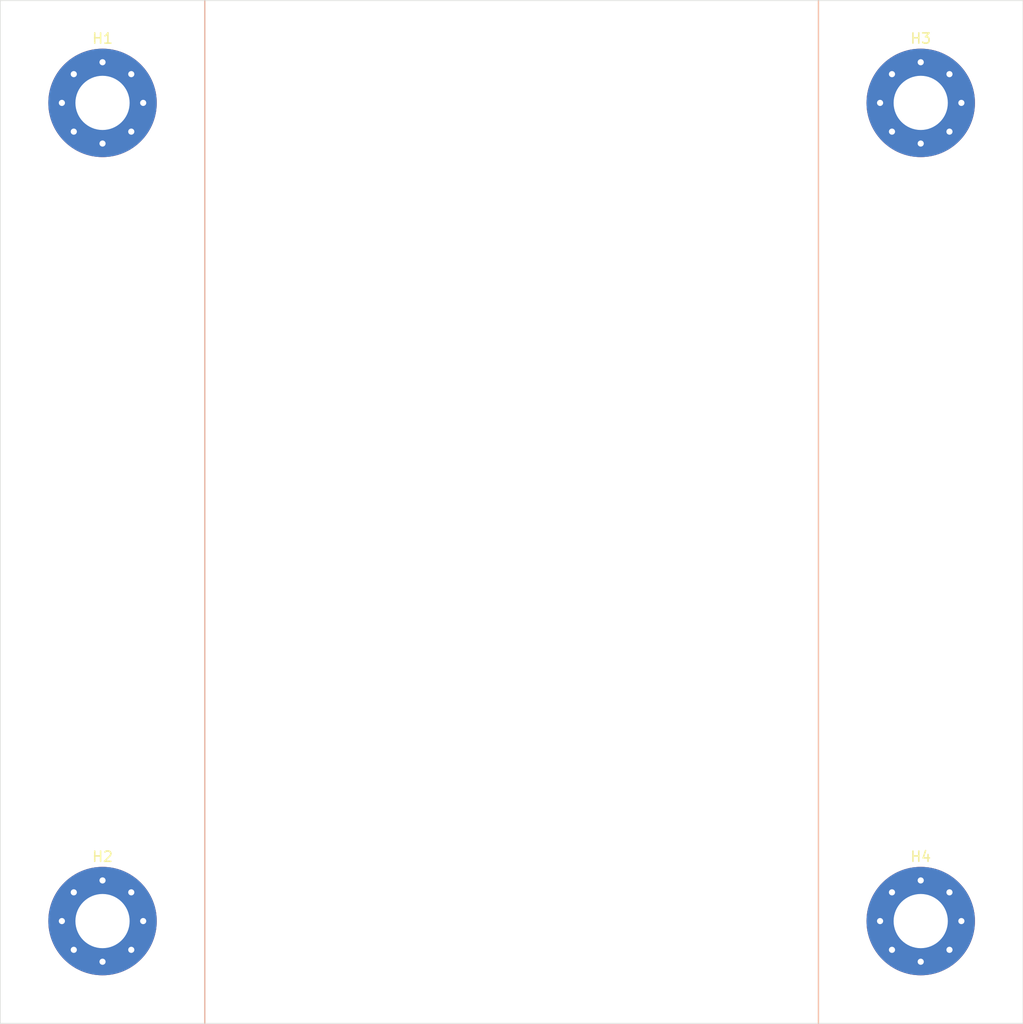
<source format=kicad_pcb>
(kicad_pcb (version 20171130) (host pcbnew 5.1.10)

  (general
    (thickness 1.6)
    (drawings 8)
    (tracks 0)
    (zones 0)
    (modules 4)
    (nets 1)
  )

  (page A4)
  (layers
    (0 F.Cu signal)
    (31 B.Cu signal)
    (32 B.Adhes user)
    (33 F.Adhes user)
    (34 B.Paste user)
    (35 F.Paste user)
    (36 B.SilkS user)
    (37 F.SilkS user)
    (38 B.Mask user)
    (39 F.Mask user)
    (40 Dwgs.User user)
    (41 Cmts.User user)
    (42 Eco1.User user)
    (43 Eco2.User user)
    (44 Edge.Cuts user)
    (45 Margin user)
    (46 B.CrtYd user)
    (47 F.CrtYd user)
    (48 B.Fab user)
    (49 F.Fab user)
  )

  (setup
    (last_trace_width 0.25)
    (trace_clearance 0.2)
    (zone_clearance 0.508)
    (zone_45_only no)
    (trace_min 0.2)
    (via_size 0.8)
    (via_drill 0.4)
    (via_min_size 0.4)
    (via_min_drill 0.3)
    (uvia_size 0.3)
    (uvia_drill 0.1)
    (uvias_allowed no)
    (uvia_min_size 0.2)
    (uvia_min_drill 0.1)
    (edge_width 0.05)
    (segment_width 0.2)
    (pcb_text_width 0.3)
    (pcb_text_size 1.5 1.5)
    (mod_edge_width 0.12)
    (mod_text_size 1 1)
    (mod_text_width 0.15)
    (pad_size 1.524 1.524)
    (pad_drill 0.762)
    (pad_to_mask_clearance 0)
    (aux_axis_origin 0 0)
    (grid_origin 110 60)
    (visible_elements FFFFFF7F)
    (pcbplotparams
      (layerselection 0x010fc_ffffffff)
      (usegerberextensions false)
      (usegerberattributes true)
      (usegerberadvancedattributes true)
      (creategerberjobfile true)
      (excludeedgelayer true)
      (linewidth 0.100000)
      (plotframeref false)
      (viasonmask false)
      (mode 1)
      (useauxorigin false)
      (hpglpennumber 1)
      (hpglpenspeed 20)
      (hpglpendiameter 15.000000)
      (psnegative false)
      (psa4output false)
      (plotreference true)
      (plotvalue true)
      (plotinvisibletext false)
      (padsonsilk false)
      (subtractmaskfromsilk false)
      (outputformat 1)
      (mirror false)
      (drillshape 1)
      (scaleselection 1)
      (outputdirectory ""))
  )

  (net 0 "")

  (net_class Default "This is the default net class."
    (clearance 0.2)
    (trace_width 0.25)
    (via_dia 0.8)
    (via_drill 0.4)
    (uvia_dia 0.3)
    (uvia_drill 0.1)
  )

  (module MountingHole:MountingHole_5.3mm_M5_Pad_Via (layer F.Cu) (tedit 56DDC708) (tstamp 609CA866)
    (at 190 140)
    (descr "Mounting Hole 5.3mm, M5")
    (tags "mounting hole 5.3mm m5")
    (path /60AD3DCF)
    (attr virtual)
    (fp_text reference H4 (at 0 -6.3) (layer F.SilkS)
      (effects (font (size 1 1) (thickness 0.15)))
    )
    (fp_text value MountingHole (at 0 6.3) (layer F.Fab)
      (effects (font (size 1 1) (thickness 0.15)))
    )
    (fp_circle (center 0 0) (end 5.55 0) (layer F.CrtYd) (width 0.05))
    (fp_circle (center 0 0) (end 5.3 0) (layer Cmts.User) (width 0.15))
    (fp_text user %R (at 0.3 0) (layer F.Fab)
      (effects (font (size 1 1) (thickness 0.15)))
    )
    (pad 1 thru_hole circle (at 2.810749 -2.810749) (size 0.9 0.9) (drill 0.6) (layers *.Cu *.Mask))
    (pad 1 thru_hole circle (at 0 -3.975) (size 0.9 0.9) (drill 0.6) (layers *.Cu *.Mask))
    (pad 1 thru_hole circle (at -2.810749 -2.810749) (size 0.9 0.9) (drill 0.6) (layers *.Cu *.Mask))
    (pad 1 thru_hole circle (at -3.975 0) (size 0.9 0.9) (drill 0.6) (layers *.Cu *.Mask))
    (pad 1 thru_hole circle (at -2.810749 2.810749) (size 0.9 0.9) (drill 0.6) (layers *.Cu *.Mask))
    (pad 1 thru_hole circle (at 0 3.975) (size 0.9 0.9) (drill 0.6) (layers *.Cu *.Mask))
    (pad 1 thru_hole circle (at 2.810749 2.810749) (size 0.9 0.9) (drill 0.6) (layers *.Cu *.Mask))
    (pad 1 thru_hole circle (at 3.975 0) (size 0.9 0.9) (drill 0.6) (layers *.Cu *.Mask))
    (pad 1 thru_hole circle (at 0 0) (size 10.6 10.6) (drill 5.3) (layers *.Cu *.Mask))
  )

  (module MountingHole:MountingHole_5.3mm_M5_Pad_Via (layer F.Cu) (tedit 56DDC708) (tstamp 609CA856)
    (at 190 60)
    (descr "Mounting Hole 5.3mm, M5")
    (tags "mounting hole 5.3mm m5")
    (path /60AD3824)
    (attr virtual)
    (fp_text reference H3 (at 0 -6.3) (layer F.SilkS)
      (effects (font (size 1 1) (thickness 0.15)))
    )
    (fp_text value MountingHole (at 0 6.3) (layer F.Fab)
      (effects (font (size 1 1) (thickness 0.15)))
    )
    (fp_circle (center 0 0) (end 5.55 0) (layer F.CrtYd) (width 0.05))
    (fp_circle (center 0 0) (end 5.3 0) (layer Cmts.User) (width 0.15))
    (fp_text user %R (at 0.3 0) (layer F.Fab)
      (effects (font (size 1 1) (thickness 0.15)))
    )
    (pad 1 thru_hole circle (at 2.810749 -2.810749) (size 0.9 0.9) (drill 0.6) (layers *.Cu *.Mask))
    (pad 1 thru_hole circle (at 0 -3.975) (size 0.9 0.9) (drill 0.6) (layers *.Cu *.Mask))
    (pad 1 thru_hole circle (at -2.810749 -2.810749) (size 0.9 0.9) (drill 0.6) (layers *.Cu *.Mask))
    (pad 1 thru_hole circle (at -3.975 0) (size 0.9 0.9) (drill 0.6) (layers *.Cu *.Mask))
    (pad 1 thru_hole circle (at -2.810749 2.810749) (size 0.9 0.9) (drill 0.6) (layers *.Cu *.Mask))
    (pad 1 thru_hole circle (at 0 3.975) (size 0.9 0.9) (drill 0.6) (layers *.Cu *.Mask))
    (pad 1 thru_hole circle (at 2.810749 2.810749) (size 0.9 0.9) (drill 0.6) (layers *.Cu *.Mask))
    (pad 1 thru_hole circle (at 3.975 0) (size 0.9 0.9) (drill 0.6) (layers *.Cu *.Mask))
    (pad 1 thru_hole circle (at 0 0) (size 10.6 10.6) (drill 5.3) (layers *.Cu *.Mask))
  )

  (module MountingHole:MountingHole_5.3mm_M5_Pad_Via (layer F.Cu) (tedit 56DDC708) (tstamp 609CA846)
    (at 110 140)
    (descr "Mounting Hole 5.3mm, M5")
    (tags "mounting hole 5.3mm m5")
    (path /60AD31C6)
    (attr virtual)
    (fp_text reference H2 (at 0 -6.3) (layer F.SilkS)
      (effects (font (size 1 1) (thickness 0.15)))
    )
    (fp_text value MountingHole (at 0 6.3) (layer F.Fab)
      (effects (font (size 1 1) (thickness 0.15)))
    )
    (fp_circle (center 0 0) (end 5.55 0) (layer F.CrtYd) (width 0.05))
    (fp_circle (center 0 0) (end 5.3 0) (layer Cmts.User) (width 0.15))
    (fp_text user %R (at 0.3 0) (layer F.Fab)
      (effects (font (size 1 1) (thickness 0.15)))
    )
    (pad 1 thru_hole circle (at 2.810749 -2.810749) (size 0.9 0.9) (drill 0.6) (layers *.Cu *.Mask))
    (pad 1 thru_hole circle (at 0 -3.975) (size 0.9 0.9) (drill 0.6) (layers *.Cu *.Mask))
    (pad 1 thru_hole circle (at -2.810749 -2.810749) (size 0.9 0.9) (drill 0.6) (layers *.Cu *.Mask))
    (pad 1 thru_hole circle (at -3.975 0) (size 0.9 0.9) (drill 0.6) (layers *.Cu *.Mask))
    (pad 1 thru_hole circle (at -2.810749 2.810749) (size 0.9 0.9) (drill 0.6) (layers *.Cu *.Mask))
    (pad 1 thru_hole circle (at 0 3.975) (size 0.9 0.9) (drill 0.6) (layers *.Cu *.Mask))
    (pad 1 thru_hole circle (at 2.810749 2.810749) (size 0.9 0.9) (drill 0.6) (layers *.Cu *.Mask))
    (pad 1 thru_hole circle (at 3.975 0) (size 0.9 0.9) (drill 0.6) (layers *.Cu *.Mask))
    (pad 1 thru_hole circle (at 0 0) (size 10.6 10.6) (drill 5.3) (layers *.Cu *.Mask))
  )

  (module MountingHole:MountingHole_5.3mm_M5_Pad_Via (layer F.Cu) (tedit 56DDC708) (tstamp 609CA836)
    (at 110 60)
    (descr "Mounting Hole 5.3mm, M5")
    (tags "mounting hole 5.3mm m5")
    (path /60AD1861)
    (attr virtual)
    (fp_text reference H1 (at 0 -6.3) (layer F.SilkS)
      (effects (font (size 1 1) (thickness 0.15)))
    )
    (fp_text value MountingHole (at 0 6.3) (layer F.Fab)
      (effects (font (size 1 1) (thickness 0.15)))
    )
    (fp_circle (center 0 0) (end 5.55 0) (layer F.CrtYd) (width 0.05))
    (fp_circle (center 0 0) (end 5.3 0) (layer Cmts.User) (width 0.15))
    (fp_text user %R (at 0.3 0) (layer F.Fab)
      (effects (font (size 1 1) (thickness 0.15)))
    )
    (pad 1 thru_hole circle (at 2.810749 -2.810749) (size 0.9 0.9) (drill 0.6) (layers *.Cu *.Mask))
    (pad 1 thru_hole circle (at 0 -3.975) (size 0.9 0.9) (drill 0.6) (layers *.Cu *.Mask))
    (pad 1 thru_hole circle (at -2.810749 -2.810749) (size 0.9 0.9) (drill 0.6) (layers *.Cu *.Mask))
    (pad 1 thru_hole circle (at -3.975 0) (size 0.9 0.9) (drill 0.6) (layers *.Cu *.Mask))
    (pad 1 thru_hole circle (at -2.810749 2.810749) (size 0.9 0.9) (drill 0.6) (layers *.Cu *.Mask))
    (pad 1 thru_hole circle (at 0 3.975) (size 0.9 0.9) (drill 0.6) (layers *.Cu *.Mask))
    (pad 1 thru_hole circle (at 2.810749 2.810749) (size 0.9 0.9) (drill 0.6) (layers *.Cu *.Mask))
    (pad 1 thru_hole circle (at 3.975 0) (size 0.9 0.9) (drill 0.6) (layers *.Cu *.Mask))
    (pad 1 thru_hole circle (at 0 0) (size 10.6 10.6) (drill 5.3) (layers *.Cu *.Mask))
  )

  (gr_line (start 180 150) (end 180 50) (layer F.SilkS) (width 0.12))
  (gr_line (start 180 50) (end 180 150) (layer B.SilkS) (width 0.12))
  (gr_line (start 120 150) (end 120 50) (layer B.SilkS) (width 0.12))
  (gr_line (start 120 50) (end 120 150) (layer F.SilkS) (width 0.12))
  (gr_line (start 100 150) (end 100 50) (layer Edge.Cuts) (width 0.05) (tstamp 609C990B))
  (gr_line (start 200 150) (end 100 150) (layer Edge.Cuts) (width 0.05))
  (gr_line (start 200 50) (end 200 150) (layer Edge.Cuts) (width 0.05))
  (gr_line (start 100 50) (end 200 50) (layer Edge.Cuts) (width 0.05))

  (zone (net 0) (net_name "") (layer B.Cu) (tstamp 0) (hatch edge 0.508)
    (connect_pads (clearance 0.508))
    (min_thickness 0.254)
    (keepout (tracks not_allowed) (vias not_allowed) (copperpour not_allowed))
    (fill (arc_segments 32) (thermal_gap 0.508) (thermal_bridge_width 0.508))
    (polygon
      (pts
        (xy 120 150) (xy 100 150) (xy 100 50) (xy 120 50)
      )
    )
  )
  (zone (net 0) (net_name "") (layer B.Cu) (tstamp 0) (hatch edge 0.508)
    (connect_pads (clearance 0.508))
    (min_thickness 0.254)
    (keepout (tracks not_allowed) (vias not_allowed) (copperpour not_allowed))
    (fill (arc_segments 32) (thermal_gap 0.508) (thermal_bridge_width 0.508))
    (polygon
      (pts
        (xy 200 150) (xy 180 150) (xy 180 50) (xy 200 50)
      )
    )
  )
)

</source>
